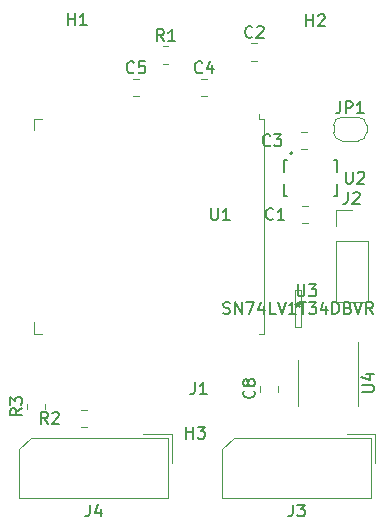
<source format=gbr>
G04 #@! TF.GenerationSoftware,KiCad,Pcbnew,7.0.2-6a45011f42~172~ubuntu22.04.1*
G04 #@! TF.CreationDate,2023-06-14T15:19:40+02:00*
G04 #@! TF.ProjectId,imu_module,696d755f-6d6f-4647-956c-652e6b696361,rev?*
G04 #@! TF.SameCoordinates,Original*
G04 #@! TF.FileFunction,Legend,Top*
G04 #@! TF.FilePolarity,Positive*
%FSLAX46Y46*%
G04 Gerber Fmt 4.6, Leading zero omitted, Abs format (unit mm)*
G04 Created by KiCad (PCBNEW 7.0.2-6a45011f42~172~ubuntu22.04.1) date 2023-06-14 15:19:40*
%MOMM*%
%LPD*%
G01*
G04 APERTURE LIST*
%ADD10C,0.150000*%
%ADD11C,0.120000*%
%ADD12C,0.127000*%
%ADD13C,0.200000*%
G04 APERTURE END LIST*
D10*
X312619Y-32166666D02*
X-163571Y-32499999D01*
X312619Y-32738094D02*
X-687380Y-32738094D01*
X-687380Y-32738094D02*
X-687380Y-32357142D01*
X-687380Y-32357142D02*
X-639761Y-32261904D01*
X-639761Y-32261904D02*
X-592142Y-32214285D01*
X-592142Y-32214285D02*
X-496904Y-32166666D01*
X-496904Y-32166666D02*
X-354047Y-32166666D01*
X-354047Y-32166666D02*
X-258809Y-32214285D01*
X-258809Y-32214285D02*
X-211190Y-32261904D01*
X-211190Y-32261904D02*
X-163571Y-32357142D01*
X-163571Y-32357142D02*
X-163571Y-32738094D01*
X-687380Y-31833332D02*
X-687380Y-31214285D01*
X-687380Y-31214285D02*
X-306428Y-31547618D01*
X-306428Y-31547618D02*
X-306428Y-31404761D01*
X-306428Y-31404761D02*
X-258809Y-31309523D01*
X-258809Y-31309523D02*
X-211190Y-31261904D01*
X-211190Y-31261904D02*
X-115952Y-31214285D01*
X-115952Y-31214285D02*
X122142Y-31214285D01*
X122142Y-31214285D02*
X217380Y-31261904D01*
X217380Y-31261904D02*
X265000Y-31309523D01*
X265000Y-31309523D02*
X312619Y-31404761D01*
X312619Y-31404761D02*
X312619Y-31690475D01*
X312619Y-31690475D02*
X265000Y-31785713D01*
X265000Y-31785713D02*
X217380Y-31833332D01*
X2508333Y-33462619D02*
X2175000Y-32986428D01*
X1936905Y-33462619D02*
X1936905Y-32462619D01*
X1936905Y-32462619D02*
X2317857Y-32462619D01*
X2317857Y-32462619D02*
X2413095Y-32510238D01*
X2413095Y-32510238D02*
X2460714Y-32557857D01*
X2460714Y-32557857D02*
X2508333Y-32653095D01*
X2508333Y-32653095D02*
X2508333Y-32795952D01*
X2508333Y-32795952D02*
X2460714Y-32891190D01*
X2460714Y-32891190D02*
X2413095Y-32938809D01*
X2413095Y-32938809D02*
X2317857Y-32986428D01*
X2317857Y-32986428D02*
X1936905Y-32986428D01*
X2889286Y-32557857D02*
X2936905Y-32510238D01*
X2936905Y-32510238D02*
X3032143Y-32462619D01*
X3032143Y-32462619D02*
X3270238Y-32462619D01*
X3270238Y-32462619D02*
X3365476Y-32510238D01*
X3365476Y-32510238D02*
X3413095Y-32557857D01*
X3413095Y-32557857D02*
X3460714Y-32653095D01*
X3460714Y-32653095D02*
X3460714Y-32748333D01*
X3460714Y-32748333D02*
X3413095Y-32891190D01*
X3413095Y-32891190D02*
X2841667Y-33462619D01*
X2841667Y-33462619D02*
X3460714Y-33462619D01*
X27738095Y-12127619D02*
X27738095Y-12937142D01*
X27738095Y-12937142D02*
X27785714Y-13032380D01*
X27785714Y-13032380D02*
X27833333Y-13080000D01*
X27833333Y-13080000D02*
X27928571Y-13127619D01*
X27928571Y-13127619D02*
X28119047Y-13127619D01*
X28119047Y-13127619D02*
X28214285Y-13080000D01*
X28214285Y-13080000D02*
X28261904Y-13032380D01*
X28261904Y-13032380D02*
X28309523Y-12937142D01*
X28309523Y-12937142D02*
X28309523Y-12127619D01*
X28738095Y-12222857D02*
X28785714Y-12175238D01*
X28785714Y-12175238D02*
X28880952Y-12127619D01*
X28880952Y-12127619D02*
X29119047Y-12127619D01*
X29119047Y-12127619D02*
X29214285Y-12175238D01*
X29214285Y-12175238D02*
X29261904Y-12222857D01*
X29261904Y-12222857D02*
X29309523Y-12318095D01*
X29309523Y-12318095D02*
X29309523Y-12413333D01*
X29309523Y-12413333D02*
X29261904Y-12556190D01*
X29261904Y-12556190D02*
X28690476Y-13127619D01*
X28690476Y-13127619D02*
X29309523Y-13127619D01*
X19833333Y-687380D02*
X19785714Y-735000D01*
X19785714Y-735000D02*
X19642857Y-782619D01*
X19642857Y-782619D02*
X19547619Y-782619D01*
X19547619Y-782619D02*
X19404762Y-735000D01*
X19404762Y-735000D02*
X19309524Y-639761D01*
X19309524Y-639761D02*
X19261905Y-544523D01*
X19261905Y-544523D02*
X19214286Y-354047D01*
X19214286Y-354047D02*
X19214286Y-211190D01*
X19214286Y-211190D02*
X19261905Y-20714D01*
X19261905Y-20714D02*
X19309524Y74523D01*
X19309524Y74523D02*
X19404762Y169761D01*
X19404762Y169761D02*
X19547619Y217380D01*
X19547619Y217380D02*
X19642857Y217380D01*
X19642857Y217380D02*
X19785714Y169761D01*
X19785714Y169761D02*
X19833333Y122142D01*
X20214286Y122142D02*
X20261905Y169761D01*
X20261905Y169761D02*
X20357143Y217380D01*
X20357143Y217380D02*
X20595238Y217380D01*
X20595238Y217380D02*
X20690476Y169761D01*
X20690476Y169761D02*
X20738095Y122142D01*
X20738095Y122142D02*
X20785714Y26904D01*
X20785714Y26904D02*
X20785714Y-68333D01*
X20785714Y-68333D02*
X20738095Y-211190D01*
X20738095Y-211190D02*
X20166667Y-782619D01*
X20166667Y-782619D02*
X20785714Y-782619D01*
X15583333Y-3687380D02*
X15535714Y-3735000D01*
X15535714Y-3735000D02*
X15392857Y-3782619D01*
X15392857Y-3782619D02*
X15297619Y-3782619D01*
X15297619Y-3782619D02*
X15154762Y-3735000D01*
X15154762Y-3735000D02*
X15059524Y-3639761D01*
X15059524Y-3639761D02*
X15011905Y-3544523D01*
X15011905Y-3544523D02*
X14964286Y-3354047D01*
X14964286Y-3354047D02*
X14964286Y-3211190D01*
X14964286Y-3211190D02*
X15011905Y-3020714D01*
X15011905Y-3020714D02*
X15059524Y-2925476D01*
X15059524Y-2925476D02*
X15154762Y-2830238D01*
X15154762Y-2830238D02*
X15297619Y-2782619D01*
X15297619Y-2782619D02*
X15392857Y-2782619D01*
X15392857Y-2782619D02*
X15535714Y-2830238D01*
X15535714Y-2830238D02*
X15583333Y-2877857D01*
X16440476Y-3115952D02*
X16440476Y-3782619D01*
X16202381Y-2735000D02*
X15964286Y-3449285D01*
X15964286Y-3449285D02*
X16583333Y-3449285D01*
X9808333Y-3687380D02*
X9760714Y-3735000D01*
X9760714Y-3735000D02*
X9617857Y-3782619D01*
X9617857Y-3782619D02*
X9522619Y-3782619D01*
X9522619Y-3782619D02*
X9379762Y-3735000D01*
X9379762Y-3735000D02*
X9284524Y-3639761D01*
X9284524Y-3639761D02*
X9236905Y-3544523D01*
X9236905Y-3544523D02*
X9189286Y-3354047D01*
X9189286Y-3354047D02*
X9189286Y-3211190D01*
X9189286Y-3211190D02*
X9236905Y-3020714D01*
X9236905Y-3020714D02*
X9284524Y-2925476D01*
X9284524Y-2925476D02*
X9379762Y-2830238D01*
X9379762Y-2830238D02*
X9522619Y-2782619D01*
X9522619Y-2782619D02*
X9617857Y-2782619D01*
X9617857Y-2782619D02*
X9760714Y-2830238D01*
X9760714Y-2830238D02*
X9808333Y-2877857D01*
X10713095Y-2782619D02*
X10236905Y-2782619D01*
X10236905Y-2782619D02*
X10189286Y-3258809D01*
X10189286Y-3258809D02*
X10236905Y-3211190D01*
X10236905Y-3211190D02*
X10332143Y-3163571D01*
X10332143Y-3163571D02*
X10570238Y-3163571D01*
X10570238Y-3163571D02*
X10665476Y-3211190D01*
X10665476Y-3211190D02*
X10713095Y-3258809D01*
X10713095Y-3258809D02*
X10760714Y-3354047D01*
X10760714Y-3354047D02*
X10760714Y-3592142D01*
X10760714Y-3592142D02*
X10713095Y-3687380D01*
X10713095Y-3687380D02*
X10665476Y-3735000D01*
X10665476Y-3735000D02*
X10570238Y-3782619D01*
X10570238Y-3782619D02*
X10332143Y-3782619D01*
X10332143Y-3782619D02*
X10236905Y-3735000D01*
X10236905Y-3735000D02*
X10189286Y-3687380D01*
X19937380Y-30666666D02*
X19985000Y-30714285D01*
X19985000Y-30714285D02*
X20032619Y-30857142D01*
X20032619Y-30857142D02*
X20032619Y-30952380D01*
X20032619Y-30952380D02*
X19985000Y-31095237D01*
X19985000Y-31095237D02*
X19889761Y-31190475D01*
X19889761Y-31190475D02*
X19794523Y-31238094D01*
X19794523Y-31238094D02*
X19604047Y-31285713D01*
X19604047Y-31285713D02*
X19461190Y-31285713D01*
X19461190Y-31285713D02*
X19270714Y-31238094D01*
X19270714Y-31238094D02*
X19175476Y-31190475D01*
X19175476Y-31190475D02*
X19080238Y-31095237D01*
X19080238Y-31095237D02*
X19032619Y-30952380D01*
X19032619Y-30952380D02*
X19032619Y-30857142D01*
X19032619Y-30857142D02*
X19080238Y-30714285D01*
X19080238Y-30714285D02*
X19127857Y-30666666D01*
X19461190Y-30095237D02*
X19413571Y-30190475D01*
X19413571Y-30190475D02*
X19365952Y-30238094D01*
X19365952Y-30238094D02*
X19270714Y-30285713D01*
X19270714Y-30285713D02*
X19223095Y-30285713D01*
X19223095Y-30285713D02*
X19127857Y-30238094D01*
X19127857Y-30238094D02*
X19080238Y-30190475D01*
X19080238Y-30190475D02*
X19032619Y-30095237D01*
X19032619Y-30095237D02*
X19032619Y-29904761D01*
X19032619Y-29904761D02*
X19080238Y-29809523D01*
X19080238Y-29809523D02*
X19127857Y-29761904D01*
X19127857Y-29761904D02*
X19223095Y-29714285D01*
X19223095Y-29714285D02*
X19270714Y-29714285D01*
X19270714Y-29714285D02*
X19365952Y-29761904D01*
X19365952Y-29761904D02*
X19413571Y-29809523D01*
X19413571Y-29809523D02*
X19461190Y-29904761D01*
X19461190Y-29904761D02*
X19461190Y-30095237D01*
X19461190Y-30095237D02*
X19508809Y-30190475D01*
X19508809Y-30190475D02*
X19556428Y-30238094D01*
X19556428Y-30238094D02*
X19651666Y-30285713D01*
X19651666Y-30285713D02*
X19842142Y-30285713D01*
X19842142Y-30285713D02*
X19937380Y-30238094D01*
X19937380Y-30238094D02*
X19985000Y-30190475D01*
X19985000Y-30190475D02*
X20032619Y-30095237D01*
X20032619Y-30095237D02*
X20032619Y-29904761D01*
X20032619Y-29904761D02*
X19985000Y-29809523D01*
X19985000Y-29809523D02*
X19937380Y-29761904D01*
X19937380Y-29761904D02*
X19842142Y-29714285D01*
X19842142Y-29714285D02*
X19651666Y-29714285D01*
X19651666Y-29714285D02*
X19556428Y-29761904D01*
X19556428Y-29761904D02*
X19508809Y-29809523D01*
X19508809Y-29809523D02*
X19461190Y-29904761D01*
X14956666Y-29962619D02*
X14956666Y-30676904D01*
X14956666Y-30676904D02*
X14909047Y-30819761D01*
X14909047Y-30819761D02*
X14813809Y-30915000D01*
X14813809Y-30915000D02*
X14670952Y-30962619D01*
X14670952Y-30962619D02*
X14575714Y-30962619D01*
X15956666Y-30962619D02*
X15385238Y-30962619D01*
X15670952Y-30962619D02*
X15670952Y-29962619D01*
X15670952Y-29962619D02*
X15575714Y-30105476D01*
X15575714Y-30105476D02*
X15480476Y-30200714D01*
X15480476Y-30200714D02*
X15385238Y-30248333D01*
X23266666Y-40312619D02*
X23266666Y-41026904D01*
X23266666Y-41026904D02*
X23219047Y-41169761D01*
X23219047Y-41169761D02*
X23123809Y-41265000D01*
X23123809Y-41265000D02*
X22980952Y-41312619D01*
X22980952Y-41312619D02*
X22885714Y-41312619D01*
X23647619Y-40312619D02*
X24266666Y-40312619D01*
X24266666Y-40312619D02*
X23933333Y-40693571D01*
X23933333Y-40693571D02*
X24076190Y-40693571D01*
X24076190Y-40693571D02*
X24171428Y-40741190D01*
X24171428Y-40741190D02*
X24219047Y-40788809D01*
X24219047Y-40788809D02*
X24266666Y-40884047D01*
X24266666Y-40884047D02*
X24266666Y-41122142D01*
X24266666Y-41122142D02*
X24219047Y-41217380D01*
X24219047Y-41217380D02*
X24171428Y-41265000D01*
X24171428Y-41265000D02*
X24076190Y-41312619D01*
X24076190Y-41312619D02*
X23790476Y-41312619D01*
X23790476Y-41312619D02*
X23695238Y-41265000D01*
X23695238Y-41265000D02*
X23647619Y-41217380D01*
X6066666Y-40312619D02*
X6066666Y-41026904D01*
X6066666Y-41026904D02*
X6019047Y-41169761D01*
X6019047Y-41169761D02*
X5923809Y-41265000D01*
X5923809Y-41265000D02*
X5780952Y-41312619D01*
X5780952Y-41312619D02*
X5685714Y-41312619D01*
X6971428Y-40645952D02*
X6971428Y-41312619D01*
X6733333Y-40265000D02*
X6495238Y-40979285D01*
X6495238Y-40979285D02*
X7114285Y-40979285D01*
X29112619Y-30761904D02*
X29922142Y-30761904D01*
X29922142Y-30761904D02*
X30017380Y-30714285D01*
X30017380Y-30714285D02*
X30065000Y-30666666D01*
X30065000Y-30666666D02*
X30112619Y-30571428D01*
X30112619Y-30571428D02*
X30112619Y-30380952D01*
X30112619Y-30380952D02*
X30065000Y-30285714D01*
X30065000Y-30285714D02*
X30017380Y-30238095D01*
X30017380Y-30238095D02*
X29922142Y-30190476D01*
X29922142Y-30190476D02*
X29112619Y-30190476D01*
X29445952Y-29285714D02*
X30112619Y-29285714D01*
X29065000Y-29523809D02*
X29779285Y-29761904D01*
X29779285Y-29761904D02*
X29779285Y-29142857D01*
X4238095Y287380D02*
X4238095Y1287380D01*
X4238095Y811190D02*
X4809523Y811190D01*
X4809523Y287380D02*
X4809523Y1287380D01*
X5809523Y287380D02*
X5238095Y287380D01*
X5523809Y287380D02*
X5523809Y1287380D01*
X5523809Y1287380D02*
X5428571Y1144523D01*
X5428571Y1144523D02*
X5333333Y1049285D01*
X5333333Y1049285D02*
X5238095Y1001666D01*
X24398095Y195380D02*
X24398095Y1195380D01*
X24398095Y719190D02*
X24969523Y719190D01*
X24969523Y195380D02*
X24969523Y1195380D01*
X25398095Y1100142D02*
X25445714Y1147761D01*
X25445714Y1147761D02*
X25540952Y1195380D01*
X25540952Y1195380D02*
X25779047Y1195380D01*
X25779047Y1195380D02*
X25874285Y1147761D01*
X25874285Y1147761D02*
X25921904Y1100142D01*
X25921904Y1100142D02*
X25969523Y1004904D01*
X25969523Y1004904D02*
X25969523Y909666D01*
X25969523Y909666D02*
X25921904Y766809D01*
X25921904Y766809D02*
X25350476Y195380D01*
X25350476Y195380D02*
X25969523Y195380D01*
X14238095Y-34712619D02*
X14238095Y-33712619D01*
X14238095Y-34188809D02*
X14809523Y-34188809D01*
X14809523Y-34712619D02*
X14809523Y-33712619D01*
X15190476Y-33712619D02*
X15809523Y-33712619D01*
X15809523Y-33712619D02*
X15476190Y-34093571D01*
X15476190Y-34093571D02*
X15619047Y-34093571D01*
X15619047Y-34093571D02*
X15714285Y-34141190D01*
X15714285Y-34141190D02*
X15761904Y-34188809D01*
X15761904Y-34188809D02*
X15809523Y-34284047D01*
X15809523Y-34284047D02*
X15809523Y-34522142D01*
X15809523Y-34522142D02*
X15761904Y-34617380D01*
X15761904Y-34617380D02*
X15714285Y-34665000D01*
X15714285Y-34665000D02*
X15619047Y-34712619D01*
X15619047Y-34712619D02*
X15333333Y-34712619D01*
X15333333Y-34712619D02*
X15238095Y-34665000D01*
X15238095Y-34665000D02*
X15190476Y-34617380D01*
X16333095Y-15212619D02*
X16333095Y-16022142D01*
X16333095Y-16022142D02*
X16380714Y-16117380D01*
X16380714Y-16117380D02*
X16428333Y-16165000D01*
X16428333Y-16165000D02*
X16523571Y-16212619D01*
X16523571Y-16212619D02*
X16714047Y-16212619D01*
X16714047Y-16212619D02*
X16809285Y-16165000D01*
X16809285Y-16165000D02*
X16856904Y-16117380D01*
X16856904Y-16117380D02*
X16904523Y-16022142D01*
X16904523Y-16022142D02*
X16904523Y-15212619D01*
X17904523Y-16212619D02*
X17333095Y-16212619D01*
X17618809Y-16212619D02*
X17618809Y-15212619D01*
X17618809Y-15212619D02*
X17523571Y-15355476D01*
X17523571Y-15355476D02*
X17428333Y-15450714D01*
X17428333Y-15450714D02*
X17333095Y-15498333D01*
X23658095Y-21652620D02*
X23658095Y-22462143D01*
X23658095Y-22462143D02*
X23705714Y-22557381D01*
X23705714Y-22557381D02*
X23753333Y-22605001D01*
X23753333Y-22605001D02*
X23848571Y-22652620D01*
X23848571Y-22652620D02*
X24039047Y-22652620D01*
X24039047Y-22652620D02*
X24134285Y-22605001D01*
X24134285Y-22605001D02*
X24181904Y-22557381D01*
X24181904Y-22557381D02*
X24229523Y-22462143D01*
X24229523Y-22462143D02*
X24229523Y-21652620D01*
X24610476Y-21652620D02*
X25229523Y-21652620D01*
X25229523Y-21652620D02*
X24896190Y-22033572D01*
X24896190Y-22033572D02*
X25039047Y-22033572D01*
X25039047Y-22033572D02*
X25134285Y-22081191D01*
X25134285Y-22081191D02*
X25181904Y-22128810D01*
X25181904Y-22128810D02*
X25229523Y-22224048D01*
X25229523Y-22224048D02*
X25229523Y-22462143D01*
X25229523Y-22462143D02*
X25181904Y-22557381D01*
X25181904Y-22557381D02*
X25134285Y-22605001D01*
X25134285Y-22605001D02*
X25039047Y-22652620D01*
X25039047Y-22652620D02*
X24753333Y-22652620D01*
X24753333Y-22652620D02*
X24658095Y-22605001D01*
X24658095Y-22605001D02*
X24610476Y-22557381D01*
X17366666Y-24115001D02*
X17509523Y-24162620D01*
X17509523Y-24162620D02*
X17747618Y-24162620D01*
X17747618Y-24162620D02*
X17842856Y-24115001D01*
X17842856Y-24115001D02*
X17890475Y-24067381D01*
X17890475Y-24067381D02*
X17938094Y-23972143D01*
X17938094Y-23972143D02*
X17938094Y-23876905D01*
X17938094Y-23876905D02*
X17890475Y-23781667D01*
X17890475Y-23781667D02*
X17842856Y-23734048D01*
X17842856Y-23734048D02*
X17747618Y-23686429D01*
X17747618Y-23686429D02*
X17557142Y-23638810D01*
X17557142Y-23638810D02*
X17461904Y-23591191D01*
X17461904Y-23591191D02*
X17414285Y-23543572D01*
X17414285Y-23543572D02*
X17366666Y-23448334D01*
X17366666Y-23448334D02*
X17366666Y-23353096D01*
X17366666Y-23353096D02*
X17414285Y-23257858D01*
X17414285Y-23257858D02*
X17461904Y-23210239D01*
X17461904Y-23210239D02*
X17557142Y-23162620D01*
X17557142Y-23162620D02*
X17795237Y-23162620D01*
X17795237Y-23162620D02*
X17938094Y-23210239D01*
X18366666Y-24162620D02*
X18366666Y-23162620D01*
X18366666Y-23162620D02*
X18938094Y-24162620D01*
X18938094Y-24162620D02*
X18938094Y-23162620D01*
X19319047Y-23162620D02*
X19985713Y-23162620D01*
X19985713Y-23162620D02*
X19557142Y-24162620D01*
X20795237Y-23495953D02*
X20795237Y-24162620D01*
X20557142Y-23115001D02*
X20319047Y-23829286D01*
X20319047Y-23829286D02*
X20938094Y-23829286D01*
X21795237Y-24162620D02*
X21319047Y-24162620D01*
X21319047Y-24162620D02*
X21319047Y-23162620D01*
X21985714Y-23162620D02*
X22319047Y-24162620D01*
X22319047Y-24162620D02*
X22652380Y-23162620D01*
X23509523Y-24162620D02*
X22938095Y-24162620D01*
X23223809Y-24162620D02*
X23223809Y-23162620D01*
X23223809Y-23162620D02*
X23128571Y-23305477D01*
X23128571Y-23305477D02*
X23033333Y-23400715D01*
X23033333Y-23400715D02*
X22938095Y-23448334D01*
X23795238Y-23162620D02*
X24366666Y-23162620D01*
X24080952Y-24162620D02*
X24080952Y-23162620D01*
X24604762Y-23162620D02*
X25223809Y-23162620D01*
X25223809Y-23162620D02*
X24890476Y-23543572D01*
X24890476Y-23543572D02*
X25033333Y-23543572D01*
X25033333Y-23543572D02*
X25128571Y-23591191D01*
X25128571Y-23591191D02*
X25176190Y-23638810D01*
X25176190Y-23638810D02*
X25223809Y-23734048D01*
X25223809Y-23734048D02*
X25223809Y-23972143D01*
X25223809Y-23972143D02*
X25176190Y-24067381D01*
X25176190Y-24067381D02*
X25128571Y-24115001D01*
X25128571Y-24115001D02*
X25033333Y-24162620D01*
X25033333Y-24162620D02*
X24747619Y-24162620D01*
X24747619Y-24162620D02*
X24652381Y-24115001D01*
X24652381Y-24115001D02*
X24604762Y-24067381D01*
X26080952Y-23495953D02*
X26080952Y-24162620D01*
X25842857Y-23115001D02*
X25604762Y-23829286D01*
X25604762Y-23829286D02*
X26223809Y-23829286D01*
X26604762Y-24162620D02*
X26604762Y-23162620D01*
X26604762Y-23162620D02*
X26842857Y-23162620D01*
X26842857Y-23162620D02*
X26985714Y-23210239D01*
X26985714Y-23210239D02*
X27080952Y-23305477D01*
X27080952Y-23305477D02*
X27128571Y-23400715D01*
X27128571Y-23400715D02*
X27176190Y-23591191D01*
X27176190Y-23591191D02*
X27176190Y-23734048D01*
X27176190Y-23734048D02*
X27128571Y-23924524D01*
X27128571Y-23924524D02*
X27080952Y-24019762D01*
X27080952Y-24019762D02*
X26985714Y-24115001D01*
X26985714Y-24115001D02*
X26842857Y-24162620D01*
X26842857Y-24162620D02*
X26604762Y-24162620D01*
X27938095Y-23638810D02*
X28080952Y-23686429D01*
X28080952Y-23686429D02*
X28128571Y-23734048D01*
X28128571Y-23734048D02*
X28176190Y-23829286D01*
X28176190Y-23829286D02*
X28176190Y-23972143D01*
X28176190Y-23972143D02*
X28128571Y-24067381D01*
X28128571Y-24067381D02*
X28080952Y-24115001D01*
X28080952Y-24115001D02*
X27985714Y-24162620D01*
X27985714Y-24162620D02*
X27604762Y-24162620D01*
X27604762Y-24162620D02*
X27604762Y-23162620D01*
X27604762Y-23162620D02*
X27938095Y-23162620D01*
X27938095Y-23162620D02*
X28033333Y-23210239D01*
X28033333Y-23210239D02*
X28080952Y-23257858D01*
X28080952Y-23257858D02*
X28128571Y-23353096D01*
X28128571Y-23353096D02*
X28128571Y-23448334D01*
X28128571Y-23448334D02*
X28080952Y-23543572D01*
X28080952Y-23543572D02*
X28033333Y-23591191D01*
X28033333Y-23591191D02*
X27938095Y-23638810D01*
X27938095Y-23638810D02*
X27604762Y-23638810D01*
X28461905Y-23162620D02*
X28795238Y-24162620D01*
X28795238Y-24162620D02*
X29128571Y-23162620D01*
X30033333Y-24162620D02*
X29700000Y-23686429D01*
X29461905Y-24162620D02*
X29461905Y-23162620D01*
X29461905Y-23162620D02*
X29842857Y-23162620D01*
X29842857Y-23162620D02*
X29938095Y-23210239D01*
X29938095Y-23210239D02*
X29985714Y-23257858D01*
X29985714Y-23257858D02*
X30033333Y-23353096D01*
X30033333Y-23353096D02*
X30033333Y-23495953D01*
X30033333Y-23495953D02*
X29985714Y-23591191D01*
X29985714Y-23591191D02*
X29938095Y-23638810D01*
X29938095Y-23638810D02*
X29842857Y-23686429D01*
X29842857Y-23686429D02*
X29461905Y-23686429D01*
X23700000Y-23162620D02*
X23700000Y-23400715D01*
X23461905Y-23305477D02*
X23700000Y-23400715D01*
X23700000Y-23400715D02*
X23938095Y-23305477D01*
X23557143Y-23591191D02*
X23700000Y-23400715D01*
X23700000Y-23400715D02*
X23842857Y-23591191D01*
X12333333Y-1062619D02*
X12000000Y-586428D01*
X11761905Y-1062619D02*
X11761905Y-62619D01*
X11761905Y-62619D02*
X12142857Y-62619D01*
X12142857Y-62619D02*
X12238095Y-110238D01*
X12238095Y-110238D02*
X12285714Y-157857D01*
X12285714Y-157857D02*
X12333333Y-253095D01*
X12333333Y-253095D02*
X12333333Y-395952D01*
X12333333Y-395952D02*
X12285714Y-491190D01*
X12285714Y-491190D02*
X12238095Y-538809D01*
X12238095Y-538809D02*
X12142857Y-586428D01*
X12142857Y-586428D02*
X11761905Y-586428D01*
X13285714Y-1062619D02*
X12714286Y-1062619D01*
X13000000Y-1062619D02*
X13000000Y-62619D01*
X13000000Y-62619D02*
X12904762Y-205476D01*
X12904762Y-205476D02*
X12809524Y-300714D01*
X12809524Y-300714D02*
X12714286Y-348333D01*
X21333333Y-9867380D02*
X21285714Y-9915000D01*
X21285714Y-9915000D02*
X21142857Y-9962619D01*
X21142857Y-9962619D02*
X21047619Y-9962619D01*
X21047619Y-9962619D02*
X20904762Y-9915000D01*
X20904762Y-9915000D02*
X20809524Y-9819761D01*
X20809524Y-9819761D02*
X20761905Y-9724523D01*
X20761905Y-9724523D02*
X20714286Y-9534047D01*
X20714286Y-9534047D02*
X20714286Y-9391190D01*
X20714286Y-9391190D02*
X20761905Y-9200714D01*
X20761905Y-9200714D02*
X20809524Y-9105476D01*
X20809524Y-9105476D02*
X20904762Y-9010238D01*
X20904762Y-9010238D02*
X21047619Y-8962619D01*
X21047619Y-8962619D02*
X21142857Y-8962619D01*
X21142857Y-8962619D02*
X21285714Y-9010238D01*
X21285714Y-9010238D02*
X21333333Y-9057857D01*
X21666667Y-8962619D02*
X22285714Y-8962619D01*
X22285714Y-8962619D02*
X21952381Y-9343571D01*
X21952381Y-9343571D02*
X22095238Y-9343571D01*
X22095238Y-9343571D02*
X22190476Y-9391190D01*
X22190476Y-9391190D02*
X22238095Y-9438809D01*
X22238095Y-9438809D02*
X22285714Y-9534047D01*
X22285714Y-9534047D02*
X22285714Y-9772142D01*
X22285714Y-9772142D02*
X22238095Y-9867380D01*
X22238095Y-9867380D02*
X22190476Y-9915000D01*
X22190476Y-9915000D02*
X22095238Y-9962619D01*
X22095238Y-9962619D02*
X21809524Y-9962619D01*
X21809524Y-9962619D02*
X21714286Y-9915000D01*
X21714286Y-9915000D02*
X21666667Y-9867380D01*
X21583333Y-16117380D02*
X21535714Y-16165000D01*
X21535714Y-16165000D02*
X21392857Y-16212619D01*
X21392857Y-16212619D02*
X21297619Y-16212619D01*
X21297619Y-16212619D02*
X21154762Y-16165000D01*
X21154762Y-16165000D02*
X21059524Y-16069761D01*
X21059524Y-16069761D02*
X21011905Y-15974523D01*
X21011905Y-15974523D02*
X20964286Y-15784047D01*
X20964286Y-15784047D02*
X20964286Y-15641190D01*
X20964286Y-15641190D02*
X21011905Y-15450714D01*
X21011905Y-15450714D02*
X21059524Y-15355476D01*
X21059524Y-15355476D02*
X21154762Y-15260238D01*
X21154762Y-15260238D02*
X21297619Y-15212619D01*
X21297619Y-15212619D02*
X21392857Y-15212619D01*
X21392857Y-15212619D02*
X21535714Y-15260238D01*
X21535714Y-15260238D02*
X21583333Y-15307857D01*
X22535714Y-16212619D02*
X21964286Y-16212619D01*
X22250000Y-16212619D02*
X22250000Y-15212619D01*
X22250000Y-15212619D02*
X22154762Y-15355476D01*
X22154762Y-15355476D02*
X22059524Y-15450714D01*
X22059524Y-15450714D02*
X21964286Y-15498333D01*
X27266666Y-6162619D02*
X27266666Y-6876904D01*
X27266666Y-6876904D02*
X27219047Y-7019761D01*
X27219047Y-7019761D02*
X27123809Y-7115000D01*
X27123809Y-7115000D02*
X26980952Y-7162619D01*
X26980952Y-7162619D02*
X26885714Y-7162619D01*
X27742857Y-7162619D02*
X27742857Y-6162619D01*
X27742857Y-6162619D02*
X28123809Y-6162619D01*
X28123809Y-6162619D02*
X28219047Y-6210238D01*
X28219047Y-6210238D02*
X28266666Y-6257857D01*
X28266666Y-6257857D02*
X28314285Y-6353095D01*
X28314285Y-6353095D02*
X28314285Y-6495952D01*
X28314285Y-6495952D02*
X28266666Y-6591190D01*
X28266666Y-6591190D02*
X28219047Y-6638809D01*
X28219047Y-6638809D02*
X28123809Y-6686428D01*
X28123809Y-6686428D02*
X27742857Y-6686428D01*
X29266666Y-7162619D02*
X28695238Y-7162619D01*
X28980952Y-7162619D02*
X28980952Y-6162619D01*
X28980952Y-6162619D02*
X28885714Y-6305476D01*
X28885714Y-6305476D02*
X28790476Y-6400714D01*
X28790476Y-6400714D02*
X28695238Y-6448333D01*
X27916666Y-13842619D02*
X27916666Y-14556904D01*
X27916666Y-14556904D02*
X27869047Y-14699761D01*
X27869047Y-14699761D02*
X27773809Y-14795000D01*
X27773809Y-14795000D02*
X27630952Y-14842619D01*
X27630952Y-14842619D02*
X27535714Y-14842619D01*
X28345238Y-13937857D02*
X28392857Y-13890238D01*
X28392857Y-13890238D02*
X28488095Y-13842619D01*
X28488095Y-13842619D02*
X28726190Y-13842619D01*
X28726190Y-13842619D02*
X28821428Y-13890238D01*
X28821428Y-13890238D02*
X28869047Y-13937857D01*
X28869047Y-13937857D02*
X28916666Y-14033095D01*
X28916666Y-14033095D02*
X28916666Y-14128333D01*
X28916666Y-14128333D02*
X28869047Y-14271190D01*
X28869047Y-14271190D02*
X28297619Y-14842619D01*
X28297619Y-14842619D02*
X28916666Y-14842619D01*
D11*
X765000Y-32227064D02*
X765000Y-31772936D01*
X2235000Y-32227064D02*
X2235000Y-31772936D01*
X5814564Y-33735000D02*
X5360436Y-33735000D01*
X5814564Y-32265000D02*
X5360436Y-32265000D01*
D12*
X27000000Y-12165000D02*
X27000000Y-11165000D01*
X27000000Y-11165000D02*
X26750000Y-11165000D01*
X27000000Y-13165000D02*
X27000000Y-14165000D01*
X27000000Y-14165000D02*
X26750000Y-14165000D01*
X22750000Y-14165000D02*
X22500000Y-14165000D01*
X22500000Y-14165000D02*
X22500000Y-13165000D01*
X22500000Y-12165000D02*
X22500000Y-11165000D01*
X22500000Y-11165000D02*
X22750000Y-11165000D01*
D13*
X23221000Y-10565000D02*
G75*
G03*
X23221000Y-10565000I-100000J0D01*
G01*
D11*
X19738748Y-1265000D02*
X20261252Y-1265000D01*
X19738748Y-2735000D02*
X20261252Y-2735000D01*
X15488748Y-4265000D02*
X16011252Y-4265000D01*
X15488748Y-5735000D02*
X16011252Y-5735000D01*
X9713748Y-4265000D02*
X10236252Y-4265000D01*
X9713748Y-5735000D02*
X10236252Y-5735000D01*
X20515000Y-30761252D02*
X20515000Y-30238748D01*
X21985000Y-30761252D02*
X21985000Y-30238748D01*
X17290000Y-35640000D02*
X17290000Y-39760000D01*
X17290000Y-39760000D02*
X29910000Y-39760000D01*
X18290000Y-34640000D02*
X17290000Y-35640000D01*
X29910000Y-34640000D02*
X18290000Y-34640000D01*
X29910000Y-39760000D02*
X29910000Y-34640000D01*
X30210000Y-34340000D02*
X27800000Y-34340000D01*
X30210000Y-36750000D02*
X30210000Y-34340000D01*
X90000Y-35640000D02*
X90000Y-39760000D01*
X90000Y-39760000D02*
X12710000Y-39760000D01*
X1090000Y-34640000D02*
X90000Y-35640000D01*
X12710000Y-34640000D02*
X1090000Y-34640000D01*
X12710000Y-39760000D02*
X12710000Y-34640000D01*
X13010000Y-34340000D02*
X10600000Y-34340000D01*
X13010000Y-36750000D02*
X13010000Y-34340000D01*
X28810000Y-30000000D02*
X28810000Y-26550000D01*
X28810000Y-30000000D02*
X28810000Y-31950000D01*
X23690000Y-30000000D02*
X23690000Y-28050000D01*
X23690000Y-30000000D02*
X23690000Y-31950000D01*
X1375000Y-25870000D02*
X1375000Y-24870000D01*
X1995000Y-25870000D02*
X1375000Y-25870000D01*
X20815000Y-25870000D02*
X20395000Y-25870000D01*
X1375000Y-7630000D02*
X1375000Y-8630000D01*
X1995000Y-7630000D02*
X1375000Y-7630000D01*
X20395000Y-7630000D02*
X20395000Y-7250000D01*
X20815000Y-7630000D02*
X20815000Y-25870000D01*
X20815000Y-7630000D02*
X20395000Y-7630000D01*
X23450000Y-22150002D02*
X23950000Y-22150002D01*
X23450000Y-25250000D02*
X23450000Y-22150002D01*
X23450000Y-25250000D02*
X23950000Y-25250000D01*
X23950000Y-25250000D02*
X23950000Y-22150002D01*
X12272936Y-1515000D02*
X12727064Y-1515000D01*
X12272936Y-2985000D02*
X12727064Y-2985000D01*
X23938748Y-8765000D02*
X24461252Y-8765000D01*
X23938748Y-10235000D02*
X24461252Y-10235000D01*
X23988748Y-15015000D02*
X24511252Y-15015000D01*
X23988748Y-16485000D02*
X24511252Y-16485000D01*
X26700000Y-8800000D02*
X26700000Y-8200000D01*
X27400000Y-7500000D02*
X28800000Y-7500000D01*
X28800000Y-9500000D02*
X27400000Y-9500000D01*
X29500000Y-8200000D02*
X29500000Y-8800000D01*
X27400000Y-7500000D02*
G75*
G03*
X26700000Y-8200000I-1J-699999D01*
G01*
X26700000Y-8800000D02*
G75*
G03*
X27400000Y-9500000I699999J-1D01*
G01*
X29500000Y-8200000D02*
G75*
G03*
X28800000Y-7500000I-700000J0D01*
G01*
X28800000Y-9500000D02*
G75*
G03*
X29500000Y-8800000I0J700000D01*
G01*
X26920000Y-15380000D02*
X28250000Y-15380000D01*
X26920000Y-16710000D02*
X26920000Y-15380000D01*
X26920000Y-17980000D02*
X26920000Y-23120000D01*
X26920000Y-17980000D02*
X29580000Y-17980000D01*
X26920000Y-23120000D02*
X29580000Y-23120000D01*
X29580000Y-17980000D02*
X29580000Y-23120000D01*
M02*

</source>
